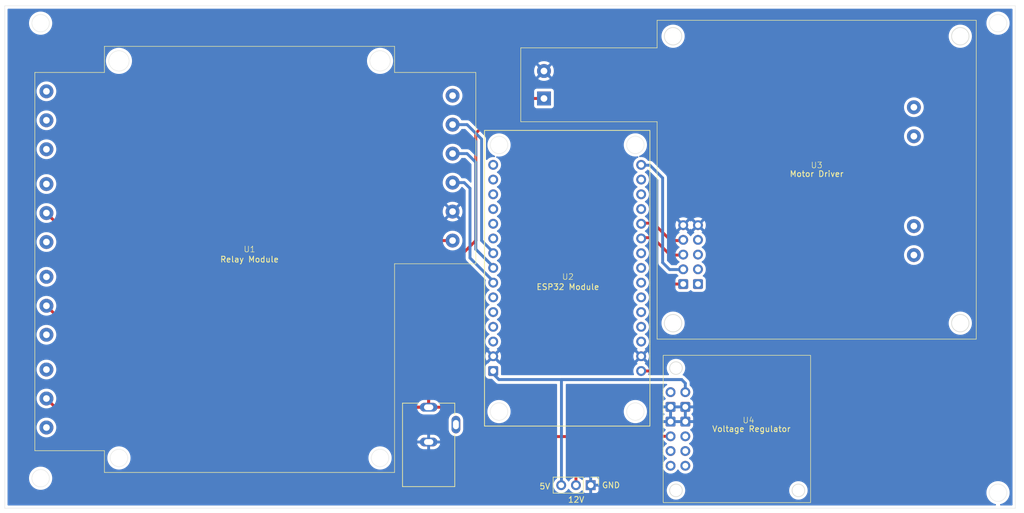
<source format=kicad_pcb>
(kicad_pcb (version 20241229) (generator "pcbnew") (generator_version "9.0")
  (layers (0 "F.Cu" signal) (2 "B.Cu" signal) (13 "F.Paste" user) (15 "B.Paste" user) (5 "F.SilkS" user "F.Silkscreen") (7 "B.SilkS" user "B.Silkscreen") (1 "F.Mask" user) (3 "B.Mask" user) (25 "Edge.Cuts" user))
  (net 0 "")
  (net 2 "Net-(U1-IN1)")
  (net 3 "GND")
  (net 8 "+12V")
  (net 14 "Net-(U1-IN3)")
  (net 15 "Net-(U1-IN2)")
  (net 18 "Net-(U2-D19)")
  (net 24 "Net-(U2-3V3)")
  (net 25 "+5V")
  (net 26 "Net-(U2-D21)")
  (net 35 "Net-(U2-D23)")
  (footprint "Connector_PinHeader_2.54mm:PinHeader_1x03_P2.54mm_Vertical" (layer "F.Cu") (at 141.8 127.7 -90)
    (property "Reference" "J2")
    (property "Value" "Conn_01x03_Pin")
    (fp_line (start -1.38 6.46) (end 1.38 6.46) (stroke (width 0.12)) (layer "F.SilkS"))
    (fp_line (start -1.38 1.27) (end -1.38 6.46) (stroke (width 0.12)) (layer "F.SilkS"))
    (fp_line (start -1.38 1.27) (end 1.38 1.27) (stroke (width 0.12)) (layer "F.SilkS"))
    (fp_line (start 1.38 1.27) (end 1.38 6.46) (stroke (width 0.12)) (layer "F.SilkS"))
    (fp_line (start -1.38 0) (end -1.38 -1.38) (stroke (width 0.12)) (layer "F.SilkS"))
    (fp_line (start -1.38 -1.38) (end 0 -1.38) (stroke (width 0.12)) (layer "F.SilkS"))
    (pad "1" thru_hole rect (at 0 0 270) (size 1.7 1.7) (drill 1) (layers "*.Cu" "*.Mask") (net 3 "GND"))
    (pad "2" thru_hole circle (at 0 2.54 270) (size 1.7 1.7) (drill 1) (layers "*.Cu" "*.Mask") (net 8 "+12V"))
    (pad "3" thru_hole circle (at 0 5.08 270) (size 1.7 1.7) (drill 1) (layers "*.Cu" "*.Mask") (net 25 "+5V"))
  )
  (footprint "PJ-102A:CUI_PJ-102A" (layer "F.Cu") (at 113.875 117.25 180)
    (property "Reference" "J1")
    (property "Value" "PJ-102A")
    (fp_line (start 4.5 3.7) (end 1.75 3.7) (stroke (width 0.127)) (layer "F.SilkS"))
    (fp_line (start 4.5 -10.7) (end 4.5 3.7) (stroke (width 0.127)) (layer "F.SilkS"))
    (fp_line (start -4.5 3.7) (end -1.75 3.7) (stroke (width 0.127)) (layer "F.SilkS"))
    (fp_line (start -4.5 1.75) (end -4.5 3.7) (stroke (width 0.127)) (layer "F.SilkS"))
    (fp_line (start -4.5 -10.7) (end 4.5 -10.7) (stroke (width 0.127)) (layer "F.SilkS"))
    (fp_line (start -4.5 -10.7) (end -4.5 -1.7) (stroke (width 0.127)) (layer "F.SilkS"))
    (pad "1" thru_hole oval (at 0 3 180) (size 3.016 1.508) (drill oval 1.6 1) (layers "*.Cu" "*.Mask") (net 8 "+12V"))
    (pad "2" thru_hole oval (at 0 -3 180) (size 3.016 1.508) (drill oval 1.6 1) (layers "*.Cu" "*.Mask") (net 3 "GND"))
    (pad "3" thru_hole oval (at -4.7 0 180) (size 1.508 3.016) (drill oval 1 1.6) (layers "*.Cu" "*.Mask"))
  )
  (footprint "TTB KiCAD Footprints:Pololu Voltage Regulator" (layer "F.Cu") (at 167 118 -90)
    (property "Reference" "U4" (at -1.5 -2 0) (layer "F.SilkS") (effects (font (thickness 0.1))))
    (property "Value" "Voltage Regulator" (at 0 -2.5 0) (layer "F.SilkS"))
    (fp_rect (start -12.7 -12.7) (end 12.7 12.7) (stroke (width 0.1)) (fill no) (layer "F.SilkS"))
    (fp_circle (center -10.5 10.5) (end -9.41 10.5) (stroke (width 0.1)) (fill no) (layer "Edge.Cuts"))
    (fp_circle (center 10.6 10.5) (end 11.69 10.5) (stroke (width 0.1)) (fill no) (layer "Edge.Cuts"))
    (fp_circle (center 10.6 -10.6) (end 11.69 -10.6) (stroke (width 0.1)) (fill no) (layer "Edge.Cuts"))
    (pad "1" thru_hole circle (at 1.27 8.89 270) (size 1.7 1.7) (drill 1) (layers "*.Cu" "*.Mask"))
    (pad "2" thru_hole circle (at 1.27 11.43 270) (size 1.7 1.7) (drill 1) (layers "*.Cu" "*.Mask") (net 8 "+12V"))
    (pad "3" thru_hole roundrect (at -3.81 8.89 270) (size 1.7 1.7) (drill 1) (layers "*.Cu" "*.Mask") (roundrect_rratio 0.1428571429) (net 3 "GND"))
    (pad "4" thru_hole roundrect (at -3.81 11.43 270) (size 1.7 1.7) (drill 1) (layers "*.Cu" "*.Mask") (roundrect_rratio 0.1428571429) (net 3 "GND"))
    (pad "5" thru_hole roundrect (at -1.27 8.89 270) (size 1.7 1.7) (drill 1) (layers "*.Cu" "*.Mask") (roundrect_rratio 0.1428571429) (net 3 "GND"))
    (pad "6" thru_hole roundrect (at -1.27 11.43 270) (size 1.7 1.7) (drill 1) (layers "*.Cu" "*.Mask") (roundrect_rratio 0.1428571429) (net 3 "GND"))
    (pad "7" thru_hole circle (at -6.35 8.89 270) (size 1.7 1.7) (drill 1) (layers "*.Cu" "*.Mask") (net 25 "+5V"))
    (pad "8" thru_hole circle (at -6.35 11.43 270) (size 1.7 1.7) (drill 1) (layers "*.Cu" "*.Mask"))
    (pad "9" thru_hole circle (at 3.81 8.89 270) (size 1.7 1.7) (drill 1) (layers "*.Cu" "*.Mask"))
    (pad "10" thru_hole circle (at 3.81 11.43 270) (size 1.7 1.7) (drill 1) (layers "*.Cu" "*.Mask"))
    (pad "11" thru_hole circle (at 6.35 8.89 270) (size 1.7 1.7) (drill 1) (layers "*.Cu" "*.Mask"))
    (pad "12" thru_hole circle (at 6.35 11.43 270) (size 1.7 1.7) (drill 1) (layers "*.Cu" "*.Mask"))
  )
  (footprint "TTB KiCAD Footprints:ESP32_DEVKIT_V1_TYPE_C" (layer "F.Cu") (at 137.875 92.25)
    (property "Reference" "U2" (at 0 -0.5 0) (layer "F.SilkS") (effects (font (thickness 0.1))))
    (property "Value" "ESP32 Module" (at 0 1.25 0) (layer "F.SilkS"))
    (fp_line (start -14.375 -25.75) (end 14.125 -25.75) (stroke (width 0.1)) (layer "F.SilkS"))
    (fp_line (start -14.375 25.25) (end -14.375 -25.75) (stroke (width 0.1)) (layer "F.SilkS"))
    (fp_line (start 14.125 -25.75) (end 14.125 25.25) (stroke (width 0.1)) (layer "F.SilkS"))
    (fp_line (start 14.125 25.25) (end -14.375 25.25) (stroke (width 0.1)) (layer "F.SilkS"))
    (fp_rect (start -14.375 -25.75) (end 14.125 25.25) (stroke (width 0.1)) (fill no) (layer "F.SilkS"))
    (fp_circle (center -11.875 22.75) (end -10.375 22.75) (stroke (width 0.05)) (fill no) (layer "Edge.Cuts"))
    (fp_circle (center -11.87 -23.24) (end -10.37 -23.24) (stroke (width 0.05)) (fill no) (layer "Edge.Cuts"))
    (fp_circle (center 11.625 -23.25) (end 13.125 -23.25) (stroke (width 0.05)) (fill no) (layer "Edge.Cuts"))
    (fp_circle (center 11.625 22.75) (end 13.125 22.75) (stroke (width 0.05)) (fill no) (layer "Edge.Cuts"))
    (pad "1" thru_hole roundrect (at -12.875 15.75) (size 1.7 1.7) (drill 1) (layers "*.Cu" "*.Mask") (roundrect_rratio 0.125) (net 25 "+5V"))
    (pad "2" thru_hole circle (at -12.875 13.21) (size 1.7 1.7) (drill 1) (layers "*.Cu" "*.Mask") (net 3 "GND"))
    (pad "3" thru_hole circle (at -12.875 10.67) (size 1.7 1.7) (drill 1) (layers "*.Cu" "*.Mask"))
    (pad "4" thru_hole circle (at -12.875 8.13) (size 1.7 1.7) (drill 1) (layers "*.Cu" "*.Mask"))
    (pad "5" thru_hole circle (at -12.875 5.59) (size 1.7 1.7) (drill 1) (layers "*.Cu" "*.Mask"))
    (pad "6" thru_hole circle (at -12.875 3.05) (size 1.7 1.7) (drill 1) (layers "*.Cu" "*.Mask"))
    (pad "7" thru_hole circle (at -12.875 0.51) (size 1.7 1.7) (drill 1) (layers "*.Cu" "*.Mask") (net 2 "Net-(U1-IN1)"))
    (pad "8" thru_hole circle (at -12.875 -2.03) (size 1.7 1.7) (drill 1) (layers "*.Cu" "*.Mask") (net 15 "Net-(U1-IN2)"))
    (pad "9" thru_hole circle (at -12.875 -4.57) (size 1.7 1.7) (drill 1) (layers "*.Cu" "*.Mask") (net 14 "Net-(U1-IN3)"))
    (pad "10" thru_hole circle (at -12.875 -7.11) (size 1.7 1.7) (drill 1) (layers "*.Cu" "*.Mask"))
    (pad "11" thru_hole circle (at -12.875 -9.65) (size 1.7 1.7) (drill 1) (layers "*.Cu" "*.Mask"))
    (pad "12" thru_hole circle (at -12.875 -12.19) (size 1.7 1.7) (drill 1) (layers "*.Cu" "*.Mask"))
    (pad "13" thru_hole circle (at -12.875 -14.73) (size 1.7 1.7) (drill 1) (layers "*.Cu" "*.Mask"))
    (pad "14" thru_hole circle (at -12.875 -17.27) (size 1.7 1.7) (drill 1) (layers "*.Cu" "*.Mask"))
    (pad "15" thru_hole circle (at -12.875 -19.81) (size 1.7 1.7) (drill 1) (layers "*.Cu" "*.Mask"))
    (pad "16" thru_hole circle (at 12.625 15.75) (size 1.7 1.7) (drill 1) (layers "*.Cu" "*.Mask") (net 24 "Net-(U2-3V3)"))
    (pad "17" thru_hole circle (at 12.625 13.21) (size 1.7 1.7) (drill 1) (layers "*.Cu" "*.Mask") (net 3 "GND"))
    (pad "18" thru_hole circle (at 12.625 10.67) (size 1.7 1.7) (drill 1) (layers "*.Cu" "*.Mask"))
    (pad "19" thru_hole circle (at 12.625 8.13) (size 1.7 1.7) (drill 1) (layers "*.Cu" "*.Mask"))
    (pad "20" thru_hole circle (at 12.625 5.59) (size 1.7 1.7) (drill 1) (layers "*.Cu" "*.Mask"))
    (pad "21" thru_hole circle (at 12.625 3.05) (size 1.7 1.7) (drill 1) (layers "*.Cu" "*.Mask"))
    (pad "22" thru_hole circle (at 12.625 0.51) (size 1.7 1.7) (drill 1) (layers "*.Cu" "*.Mask"))
    (pad "23" thru_hole circle (at 12.625 -2.03) (size 1.7 1.7) (drill 1) (layers "*.Cu" "*.Mask"))
    (pad "24" thru_hole circle (at 12.625 -4.57) (size 1.7 1.7) (drill 1) (layers "*.Cu" "*.Mask"))
    (pad "25" thru_hole circle (at 12.625 -7.11) (size 1.7 1.7) (drill 1) (layers "*.Cu" "*.Mask") (net 18 "Net-(U2-D19)"))
    (pad "26" thru_hole circle (at 12.625 -9.65) (size 1.7 1.7) (drill 1) (layers "*.Cu" "*.Mask") (net 26 "Net-(U2-D21)"))
    (pad "27" thru_hole circle (at 12.625 -12.19) (size 1.7 1.7) (drill 1) (layers "*.Cu" "*.Mask"))
    (pad "28" thru_hole circle (at 12.625 -14.73) (size 1.7 1.7) (drill 1) (layers "*.Cu" "*.Mask"))
    (pad "29" thru_hole circle (at 12.625 -17.27) (size 1.7 1.7) (drill 1) (layers "*.Cu" "*.Mask"))
    (pad "30" thru_hole circle (at 12.625 -19.81) (size 1.7 1.7) (drill 1) (layers "*.Cu" "*.Mask") (net 35 "Net-(U2-D23)"))
  )
  (footprint "TTB KiCAD Footprints:4 Relay Module" (layer "F.Cu") (at 108 52 -90)
    (property "Reference" "U1" (at 35 25 0) (layer "F.SilkS") (effects (font (thickness 0.1))))
    (property "Value" "Relay Module" (at 36.75 25 0) (layer "F.SilkS"))
    (fp_line (start 69.75 62) (end 4.5 62) (stroke (width 0.1)) (layer "F.SilkS"))
    (fp_line (start 69.75 62) (end 69.75 50) (stroke (width 0.1)) (layer "F.SilkS"))
    (fp_line (start 0 50) (end 0 0) (stroke (width 0.1)) (layer "F.SilkS"))
    (fp_line (start 4.5 50) (end 4.5 62) (stroke (width 0.1)) (layer "F.SilkS"))
    (fp_line (start 4.5 50) (end 0 50) (stroke (width 0.1)) (layer "F.SilkS"))
    (fp_line (start 69.75 50) (end 73.5 50) (stroke (width 0.1)) (layer "F.SilkS"))
    (fp_line (start 4.5 0) (end 0 0) (stroke (width 0.1)) (layer "F.SilkS"))
    (fp_line (start 37.5 0) (end 37.5 -14) (stroke (width 0.1)) (layer "F.SilkS"))
    (fp_line (start 73.5 0) (end 73.5 50) (stroke (width 0.1)) (layer "F.SilkS"))
    (fp_line (start 73.5 0) (end 37.5 0) (stroke (width 0.1)) (layer "F.SilkS"))
    (fp_line (start 4.5 -14) (end 4.5 0) (stroke (width 0.1)) (layer "F.SilkS"))
    (fp_line (start 37.5 -14) (end 4.5 -14) (stroke (width 0.1)) (layer "F.SilkS"))
    (fp_circle (center 2.5 47.5) (end 4.25 47.5) (stroke (width 0.05)) (fill no) (layer "Edge.Cuts"))
    (fp_circle (center 71 47.5) (end 72.5 47.5) (stroke (width 0.05)) (fill no) (layer "Edge.Cuts"))
    (fp_circle (center 2.5 2.5) (end 4.25 2.5) (stroke (width 0.05)) (fill no) (layer "Edge.Cuts"))
    (fp_circle (center 71 2.5) (end 72.5 2.5) (stroke (width 0.05)) (fill no) (layer "Edge.Cuts"))
    (pad "1" thru_hole circle (at 33.5 -10 270) (size 2.4 2.4) (drill 1.15) (layers "*.Cu" "*.Mask") (net 8 "+12V"))
    (pad "2" thru_hole circle (at 28.5 -10 270) (size 2.4 2.4) (drill 1.15) (layers "*.Cu" "*.Mask") (net 3 "GND"))
    (pad "3" thru_hole circle (at 23.5 -10 270) (size 2.4 2.4) (drill 1.15) (layers "*.Cu" "*.Mask") (net 2 "Net-(U1-IN1)"))
    (pad "4" thru_hole circle (at 18.5 -10 270) (size 2.4 2.4) (drill 1.15) (layers "*.Cu" "*.Mask") (net 15 "Net-(U1-IN2)"))
    (pad "5" thru_hole circle (at 13.5 -10 270) (size 2.4 2.4) (drill 1.15) (layers "*.Cu" "*.Mask") (net 14 "Net-(U1-IN3)"))
    (pad "6" thru_hole circle (at 8.5 -10 270) (size 2.4 2.4) (drill 1.15) (layers "*.Cu" "*.Mask"))
    (pad "7" thru_hole circle (at 65.75 60 270) (size 2.4 2.4) (drill 1.15) (layers "*.Cu" "*.Mask"))
    (pad "8" thru_hole circle (at 60.75 60 270) (size 2.4 2.4) (drill 1.15) (layers "*.Cu" "*.Mask") (net 8 "+12V"))
    (pad "9" thru_hole circle (at 55.75 60 270) (size 2.4 2.4) (drill 1.15) (layers "*.Cu" "*.Mask"))
    (pad "10" thru_hole circle (at 49.75 60 270) (size 2.4 2.4) (drill 1.15) (layers "*.Cu" "*.Mask"))
    (pad "11" thru_hole circle (at 44.75 60 270) (size 2.4 2.4) (drill 1.15) (layers "*.Cu" "*.Mask") (net 8 "+12V"))
    (pad "12" thru_hole circle (at 39.75 60 270) (size 2.4 2.4) (drill 1.15) (layers "*.Cu" "*.Mask"))
    (pad "13" thru_hole circle (at 33.75 60 270) (size 2.4 2.4) (drill 1.15) (layers "*.Cu" "*.Mask"))
    (pad "14" thru_hole circle (at 28.75 60 270) (size 2.4 2.4) (drill 1.15) (layers "*.Cu" "*.Mask") (net 8 "+12V"))
    (pad "15" thru_hole circle (at 23.75 60 270) (size 2.4 2.4) (drill 1.15) (layers "*.Cu" "*.Mask"))
    (pad "16" thru_hole circle (at 17.75 60 270) (size 2.4 2.4) (drill 1.15) (layers "*.Cu" "*.Mask"))
    (pad "17" thru_hole circle (at 12.75 60 270) (size 2.4 2.4) (drill 1.15) (layers "*.Cu" "*.Mask"))
    (pad "18" thru_hole circle (at 7.75 60 270) (size 2.4 2.4) (drill 1.15) (layers "*.Cu" "*.Mask"))
  )
  (footprint "TTB KiCAD Footprints:XY-160D Motor Driver" (layer "B.Cu") (at 180.75 75)
    (property "Reference" "U3")
    (property "Value" "Motor Driver" (at 0 -1 180) (layer "F.SilkS"))
    (fp_line (start -51 -22.75) (end -51 -10) (stroke (width 0.1)) (layer "F.SilkS"))
    (fp_line (start -51 -10) (end -27.5 -10) (stroke (width 0.1)) (layer "F.SilkS"))
    (fp_line (start -27.5 -22.75) (end -51 -22.75) (stroke (width 0.1)) (layer "F.SilkS"))
    (fp_line (start -27.5 -22.75) (end -27.5 -27.5) (stroke (width 0.1)) (layer "F.SilkS"))
    (fp_line (start -27.5 -10) (end -27.5 27.5) (stroke (width 0.1)) (layer "F.SilkS"))
    (fp_line (start -27.5 27.5) (end 27.5 27.5) (stroke (width 0.1)) (layer "F.SilkS"))
    (fp_line (start 27.5 -27.5) (end -27.5 -27.5) (stroke (width 0.1)) (layer "F.SilkS"))
    (fp_line (start 27.5 27.5) (end 27.5 -27.5) (stroke (width 0.1)) (layer "F.SilkS"))
    (fp_circle (center -24.75 -24.75) (end -23.25 -24.75) (stroke (width 0.1)) (fill no) (layer "Edge.Cuts"))
    (fp_circle (center -24.75 24.75) (end -23.25 24.75) (stroke (width 0.1)) (fill no) (layer "Edge.Cuts"))
    (fp_circle (center 24.75 -24.75) (end 26.25 -24.75) (stroke (width 0.1)) (fill no) (layer "Edge.Cuts"))
    (fp_circle (center 24.75 24.75) (end 26.25 24.75) (stroke (width 0.1)) (fill no) (layer "Edge.Cuts"))
    (fp_text user "${REFERENCE}" (at 0 -2.5 180) (layer "F.SilkS") (effects (font (thickness 0.1))))
    (pad "1" thru_hole rect (at -47 -14.01) (size 2.4 2.4) (drill 1.15) (layers "*.Cu" "*.Mask") (net 8 "+12V"))
    (pad "2" thru_hole roundrect (at -23 18) (size 1.7 1.7) (drill 1) (layers "*.Cu" "*.Mask") (roundrect_rratio 0.15) (net 24 "Net-(U2-3V3)"))
    (pad "3" thru_hole roundrect (at -20.46 18) (size 1.7 1.7) (drill 1) (layers "*.Cu" "*.Mask") (roundrect_rratio 0.15))
    (pad "4" thru_hole circle (at -47 -18.75) (size 2.4 2.4) (drill 1.15) (layers "*.Cu" "*.Mask") (net 3 "GND"))
    (pad "5" thru_hole circle (at -23 7.84) (size 1.7 1.7) (drill 1) (layers "*.Cu" "*.Mask") (net 3 "GND"))
    (pad "6" thru_hole circle (at -20.46 7.84) (size 1.7 1.7) (drill 1) (layers "*.Cu" "*.Mask") (net 3 "GND"))
    (pad "7" thru_hole circle (at 16.75 -12.5) (size 2.4 2.4) (drill 1.15) (layers "*.Cu" "*.Mask"))
    (pad "8" thru_hole circle (at 16.75 -7.5) (size 2.4 2.4) (drill 1.15) (layers "*.Cu" "*.Mask"))
    (pad "9" thru_hole circle (at 16.75 8) (size 2.4 2.4) (drill 1.15) (layers "*.Cu" "*.Mask"))
    (pad "10" thru_hole circle (at 16.75 13) (size 2.4 2.4) (drill 1.15) (layers "*.Cu" "*.Mask"))
    (pad "11" thru_hole circle (at -23 15.46) (size 1.7 1.7) (drill 1) (layers "*.Cu" "*.Mask") (net 35 "Net-(U2-D23)"))
    (pad "12" thru_hole circle (at -23 12.92) (size 1.7 1.7) (drill 1) (layers "*.Cu" "*.Mask") (net 18 "Net-(U2-D19)"))
    (pad "13" thru_hole circle (at -23 10.38) (size 1.7 1.7) (drill 1) (layers "*.Cu" "*.Mask") (net 26 "Net-(U2-D21)"))
    (pad "14" thru_hole circle (at -20.46 15.46) (size 1.7 1.7) (drill 1) (layers "*.Cu" "*.Mask"))
    (pad "15" thru_hole circle (at -20.46 12.92) (size 1.7 1.7) (drill 1) (layers "*.Cu" "*.Mask"))
    (pad "16" thru_hole circle (at -20.46 10.38) (size 1.7 1.7) (drill 1) (layers "*.Cu" "*.Mask"))
  )
  (gr_circle (center 47 126.5) (end 48.5 126.5) (stroke (width 0.05)) (fill no) (layer "Edge.Cuts"))
  (gr_rect (start 40.8 45) (end 215 131.7) (stroke (width 0.05)) (fill no) (layer "Edge.Cuts"))
  (gr_circle (center 212 48) (end 213.5 48) (stroke (width 0.05)) (fill no) (layer "Edge.Cuts"))
  (gr_circle (center 47 48) (end 48.5 48) (stroke (width 0.05)) (fill no) (layer "Edge.Cuts"))
  (gr_circle (center 212 129) (end 213.5 129) (stroke (width 0.05)) (fill no) (layer "Edge.Cuts"))
  (gr_text "GND\n" (at 145.3 127.7 0) (layer "F.SilkS") (effects (font (size 1 1))))
  (gr_text "12V" (at 139.3 130.2 0) (layer "F.SilkS") (effects (font (size 1 1))))
  (gr_text "5V\n" (at 133.9 127.9 0) (layer "F.SilkS") (effects (font (size 1 1))))
  (segment (start 121 76.5) (end 121 88.5) (width 0.5) (layer "B.Cu") (net 2))
  (segment (start 121 88.5) (end 125 92.5) (width 0.5) (layer "B.Cu") (net 2))
  (segment (start 120 75.5) (end 121 76.5) (width 0.5) (layer "B.Cu") (net 2))
  (segment (start 118 75.5) (end 120 75.5) (width 0.5) (layer "B.Cu") (net 2))
  (segment (start 128.01 60.99) (end 133.75 60.99) (width 0.5) (layer "F.Cu") (net 8))
  (segment (start 122 67) (end 128.01 60.99) (width 0.5) (layer "F.Cu") (net 8))
  (segment (start 139.26 127.7) (end 139.26 119.31) (width 0.5) (layer "F.Cu") (net 8))
  (segment (start 122 85.5) (end 122 67) (width 0.5) (layer "F.Cu") (net 8))
  (segment (start 116 85.5) (end 118 85.5) (width 0.5) (layer "F.Cu") (net 8))
  (segment (start 81.5 114.25) (end 48 80.75) (width 0.5) (layer "F.Cu") (net 8))
  (segment (start 49.5 114.25) (end 48 112.75) (width 0.5) (layer "F.Cu") (net 8))
  (segment (start 113.875 87.625) (end 116 85.5) (width 0.5) (layer "F.Cu") (net 8))
  (segment (start 113.875 114.25) (end 113.875 93.625) (width 0.5) (layer "F.Cu") (net 8))
  (segment (start 113.875 93.625) (end 122 85.5) (width 0.5) (layer "F.Cu") (net 8))
  (segment (start 119.058303 114.25) (end 124.118303 119.31) (width 0.5) (layer "F.Cu") (net 8))
  (segment (start 124.118303 119.31) (end 139.26 119.31) (width 0.5) (layer "F.Cu") (net 8))
  (segment (start 113.875 114.25) (end 49.5 114.25) (width 0.5) (layer "F.Cu") (net 8))
  (segment (start 113.875 114.25) (end 65.5 114.25) (width 0.5) (layer "F.Cu") (net 8))
  (segment (start 65.5 114.25) (end 48 96.75) (width 0.5) (layer "F.Cu") (net 8))
  (segment (start 139.26 119.31) (end 139.3 119.27) (width 0.5) (layer "F.Cu") (net 8))
  (segment (start 113.875 114.25) (end 119.058303 114.25) (width 0.5) (layer "F.Cu") (net 8))
  (segment (start 139.3 119.27) (end 155.57 119.27) (width 0.5) (layer "F.Cu") (net 8))
  (segment (start 113.875 114.25) (end 81.5 114.25) (width 0.5) (layer "F.Cu") (net 8))
  (segment (start 113.875 114.25) (end 113.875 87.625) (width 0.5) (layer "F.Cu") (net 8))
  (segment (start 125 87.5) (end 123 85.5) (width 0.5) (layer "B.Cu") (net 14))
  (segment (start 123 85.5) (end 123 68) (width 0.5) (layer "B.Cu") (net 14))
  (segment (start 123 68) (end 120.5 65.5) (width 0.5) (layer "B.Cu") (net 14))
  (segment (start 120.5 65.5) (end 118 65.5) (width 0.5) (layer "B.Cu") (net 14))
  (segment (start 120.5 70.5) (end 118 70.5) (width 0.5) (layer "B.Cu") (net 15))
  (segment (start 122 87) (end 122 72) (width 0.5) (layer "B.Cu") (net 15))
  (segment (start 122 72) (end 120.5 70.5) (width 0.5) (layer "B.Cu") (net 15))
  (segment (start 125 90) (end 122 87) (width 0.5) (layer "B.Cu") (net 15))
  (segment (start 157.25 88) (end 155.5 88) (width 0.5) (layer "F.Cu") (net 18))
  (segment (start 152.5 85) (end 150.5 85) (width 0.5) (layer "F.Cu") (net 18))
  (segment (start 155.5 88) (end 152.5 85) (width 0.5) (layer "F.Cu") (net 18))
  (segment (start 155.5 93) (end 153.7 94.8) (width 0.5) (layer "F.Cu") (net 24))
  (segment (start 153.7 94.8) (end 153.7 106.3) (width 0.5) (layer "F.Cu") (net 24))
  (segment (start 152 108) (end 150.5 108) (width 0.5) (layer "F.Cu") (net 24))
  (segment (start 157.25 93) (end 155.5 93) (width 0.5) (layer "F.Cu") (net 24))
  (segment (start 153.7 106.3) (end 152 108) (width 0.5) (layer "F.Cu") (net 24))
  (segment (start 158.11 110.11) (end 158.11 111.65) (width 0.5) (layer "B.Cu") (net 25))
  (segment (start 136.76 109.474) (end 157.474 109.474) (width 0.5) (layer "B.Cu") (net 25))
  (segment (start 125 108.5) (end 125.974 109.474) (width 0.5) (layer "B.Cu") (net 25))
  (segment (start 157.474 109.474) (end 158.11 110.11) (width 0.5) (layer "B.Cu") (net 25))
  (segment (start 136.76 127.6) (end 136.76 109.474) (width 0.5) (layer "B.Cu") (net 25))
  (segment (start 136.86 127.7) (end 136.76 127.6) (width 0.5) (layer "B.Cu") (net 25))
  (segment (start 125 107.5) (end 125 108.5) (width 0.5) (layer "B.Cu") (net 25))
  (segment (start 125.974 109.474) (end 157.474 109.474) (width 0.5) (layer "B.Cu") (net 25))
  (segment (start 155.6 85.5) (end 152.6 82.5) (width 0.5) (layer "F.Cu") (net 26))
  (segment (start 152.6 82.5) (end 150.5 82.5) (width 0.5) (layer "F.Cu") (net 26))
  (segment (start 157.25 85.5) (end 155.6 85.5) (width 0.5) (layer "F.Cu") (net 26))
  (segment (start 152 72.5) (end 150.5 72.5) (width 0.5) (layer "B.Cu") (net 35))
  (segment (start 155.4 90.5) (end 154.2 89.3) (width 0.5) (layer "B.Cu") (net 35))
  (segment (start 154.2 74.7) (end 152 72.5) (width 0.5) (layer "B.Cu") (net 35))
  (segment (start 157.25 90.5) (end 155.4 90.5) (width 0.5) (layer "B.Cu") (net 35))
  (segment (start 154.2 89.3) (end 154.2 74.7) (width 0.5) (layer "B.Cu") (net 35))
  (zone (net 3) (net_name "GND") (layer "B.Cu") (connect_pads (clearance 0.5)) (min_thickness 0.25) (fill yes (thermal_gap 0.5) (thermal_bridge_width 0.5))
    (polygon (pts (xy 40 44) (xy 40 132.5) (xy 216.5 132.5) (xy 216.5 44)))
  )
)
</source>
